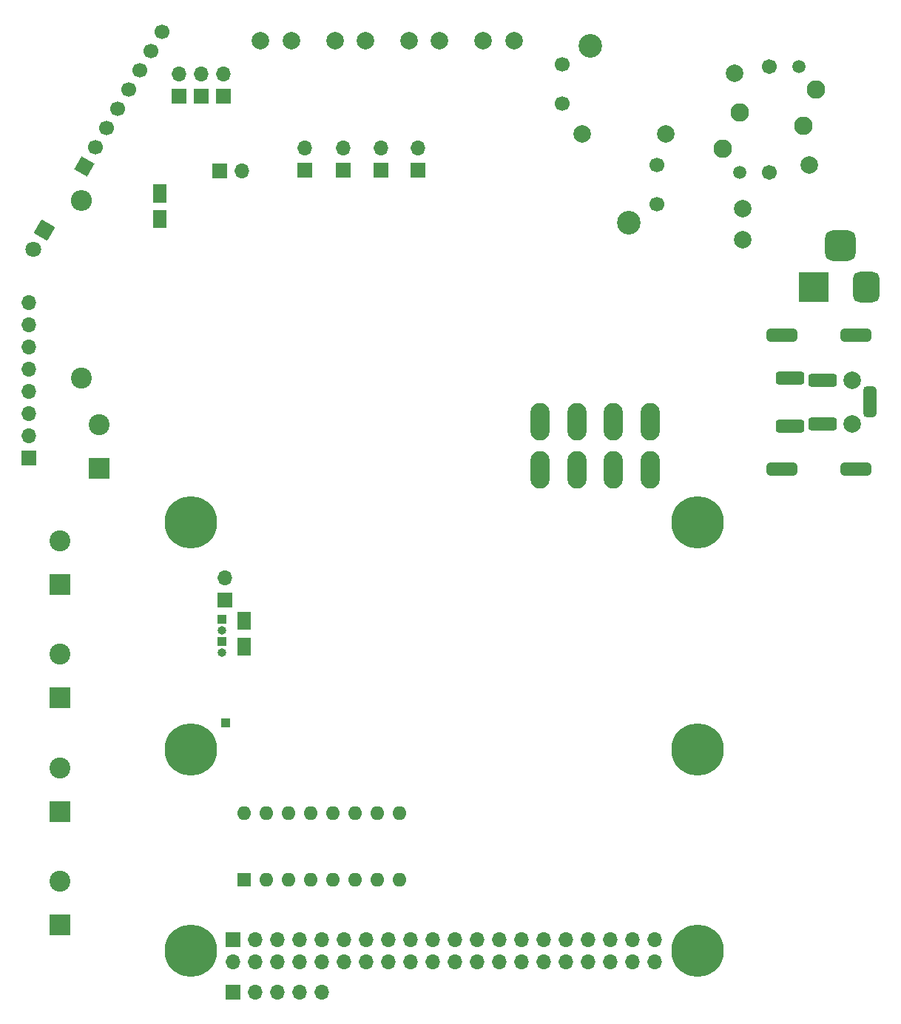
<source format=gbs>
G04 #@! TF.GenerationSoftware,KiCad,Pcbnew,(6.0.5-0)*
G04 #@! TF.CreationDate,2022-10-21T13:34:59+09:00*
G04 #@! TF.ProjectId,qPCR-main,71504352-2d6d-4616-996e-2e6b69636164,rev?*
G04 #@! TF.SameCoordinates,Original*
G04 #@! TF.FileFunction,Soldermask,Bot*
G04 #@! TF.FilePolarity,Negative*
%FSLAX46Y46*%
G04 Gerber Fmt 4.6, Leading zero omitted, Abs format (unit mm)*
G04 Created by KiCad (PCBNEW (6.0.5-0)) date 2022-10-21 13:34:59*
%MOMM*%
%LPD*%
G01*
G04 APERTURE LIST*
G04 Aperture macros list*
%AMRoundRect*
0 Rectangle with rounded corners*
0 $1 Rounding radius*
0 $2 $3 $4 $5 $6 $7 $8 $9 X,Y pos of 4 corners*
0 Add a 4 corners polygon primitive as box body*
4,1,4,$2,$3,$4,$5,$6,$7,$8,$9,$2,$3,0*
0 Add four circle primitives for the rounded corners*
1,1,$1+$1,$2,$3*
1,1,$1+$1,$4,$5*
1,1,$1+$1,$6,$7*
1,1,$1+$1,$8,$9*
0 Add four rect primitives between the rounded corners*
20,1,$1+$1,$2,$3,$4,$5,0*
20,1,$1+$1,$4,$5,$6,$7,0*
20,1,$1+$1,$6,$7,$8,$9,0*
20,1,$1+$1,$8,$9,$2,$3,0*%
%AMHorizOval*
0 Thick line with rounded ends*
0 $1 width*
0 $2 $3 position (X,Y) of the first rounded end (center of the circle)*
0 $4 $5 position (X,Y) of the second rounded end (center of the circle)*
0 Add line between two ends*
20,1,$1,$2,$3,$4,$5,0*
0 Add two circle primitives to create the rounded ends*
1,1,$1,$2,$3*
1,1,$1,$4,$5*%
%AMRotRect*
0 Rectangle, with rotation*
0 The origin of the aperture is its center*
0 $1 length*
0 $2 width*
0 $3 Rotation angle, in degrees counterclockwise*
0 Add horizontal line*
21,1,$1,$2,0,0,$3*%
%AMFreePoly0*
4,1,6,1.000000,0.000000,0.500000,-0.750000,-0.500000,-0.750000,-0.500000,0.750000,0.500000,0.750000,1.000000,0.000000,1.000000,0.000000,$1*%
G04 Aperture macros list end*
%ADD10R,1.700000X1.700000*%
%ADD11O,1.700000X1.700000*%
%ADD12RotRect,1.800000X1.800000X240.000000*%
%ADD13C,1.800000*%
%ADD14RotRect,1.700000X1.700000X150.000000*%
%ADD15HorizOval,1.700000X0.000000X0.000000X0.000000X0.000000X0*%
%ADD16C,2.000000*%
%ADD17R,2.400000X2.400000*%
%ADD18C,2.400000*%
%ADD19R,1.600000X1.600000*%
%ADD20O,1.600000X1.600000*%
%ADD21C,2.108200*%
%ADD22C,1.498600*%
%ADD23C,1.701800*%
%ADD24C,2.006600*%
%ADD25C,2.700000*%
%ADD26C,1.700000*%
%ADD27R,3.500000X3.500000*%
%ADD28RoundRect,0.750000X0.750000X1.000000X-0.750000X1.000000X-0.750000X-1.000000X0.750000X-1.000000X0*%
%ADD29RoundRect,0.875000X0.875000X0.875000X-0.875000X0.875000X-0.875000X-0.875000X0.875000X-0.875000X0*%
%ADD30O,2.400000X2.400000*%
%ADD31C,6.000000*%
%ADD32RoundRect,0.375000X1.275000X-0.375000X1.275000X0.375000X-1.275000X0.375000X-1.275000X-0.375000X0*%
%ADD33RoundRect,0.375000X0.375000X1.375000X-0.375000X1.375000X-0.375000X-1.375000X0.375000X-1.375000X0*%
%ADD34RoundRect,0.375000X-1.375000X0.375000X-1.375000X-0.375000X1.375000X-0.375000X1.375000X0.375000X0*%
%ADD35R,1.500000X1.500000*%
%ADD36FreePoly0,90.000000*%
%ADD37FreePoly0,270.000000*%
%ADD38R,1.000000X1.000000*%
%ADD39O,2.201600X4.301600*%
%ADD40O,1.000000X1.000000*%
G04 APERTURE END LIST*
D10*
X81979999Y-86844988D03*
D11*
X81979999Y-84304988D03*
X81979999Y-81764988D03*
X81979999Y-79224988D03*
X81979999Y-76684988D03*
X81979999Y-74144988D03*
X81979999Y-71604988D03*
X81979999Y-69064988D03*
D12*
X83760000Y-60770000D03*
D13*
X82490000Y-62969705D03*
D14*
X88312500Y-53515976D03*
D15*
X89582500Y-51316271D03*
X90852500Y-49116567D03*
X92122500Y-46916862D03*
X93392500Y-44717158D03*
X94662500Y-42517453D03*
X95932500Y-40317749D03*
X97202500Y-38118044D03*
D10*
X105370000Y-148000000D03*
D11*
X107910000Y-148000000D03*
X110450000Y-148000000D03*
X112990000Y-148000000D03*
X115530000Y-148000000D03*
D16*
X129000000Y-39100000D03*
X125500000Y-39100000D03*
D10*
X104399994Y-103105001D03*
D11*
X104399994Y-100565001D03*
D17*
X85546006Y-101319990D03*
D18*
X85546006Y-96319990D03*
D17*
X85546006Y-114319990D03*
D18*
X85546006Y-109319990D03*
D17*
X85546006Y-127319989D03*
D18*
X85546006Y-122319989D03*
D17*
X85546006Y-140319989D03*
D18*
X85546006Y-135319989D03*
D17*
X90030000Y-88090000D03*
D18*
X90030000Y-83090000D03*
D16*
X137500000Y-39100000D03*
X134000000Y-39100000D03*
X120500000Y-39100000D03*
X117000000Y-39100000D03*
D19*
X106585004Y-135149996D03*
D20*
X109125004Y-135149996D03*
X111665004Y-135149996D03*
X114205004Y-135149996D03*
X116745004Y-135149996D03*
X119285004Y-135149996D03*
X121825004Y-135149996D03*
X124365004Y-135149996D03*
X124365004Y-127529996D03*
X121825004Y-127529996D03*
X119285004Y-127529996D03*
X116745004Y-127529996D03*
X114205004Y-127529996D03*
X111665004Y-127529996D03*
X109125004Y-127529996D03*
X106585004Y-127529996D03*
D16*
X163669312Y-61854869D03*
X163669312Y-58354869D03*
D21*
X172059312Y-44714869D03*
D22*
X170109312Y-42064869D03*
D23*
X166709312Y-42064869D03*
D24*
X162759312Y-42864869D03*
D21*
X163359312Y-47364869D03*
X161359312Y-51514869D03*
D22*
X163309312Y-54164869D03*
D23*
X166709312Y-54164869D03*
D24*
X171259312Y-53364869D03*
D21*
X170659312Y-48864869D03*
D25*
X146249312Y-39724869D03*
D26*
X142999312Y-41824869D03*
X142999312Y-46324869D03*
D16*
X145349312Y-49824869D03*
X154849312Y-49824869D03*
D26*
X153899312Y-53324869D03*
X153899312Y-57824869D03*
D25*
X150649312Y-59924869D03*
D27*
X171828993Y-67310000D03*
D28*
X177828993Y-67310000D03*
D29*
X174828993Y-62610000D03*
D16*
X112000000Y-39100000D03*
X108500000Y-39100000D03*
D10*
X122292008Y-53920949D03*
D11*
X122292008Y-51380949D03*
D10*
X126483008Y-53920949D03*
D11*
X126483008Y-51380949D03*
D10*
X99140000Y-45435000D03*
D11*
X99140000Y-42895000D03*
D10*
X101680000Y-45435000D03*
D11*
X101680000Y-42895000D03*
D10*
X104220000Y-45435000D03*
D11*
X104220000Y-42895000D03*
D10*
X117974999Y-53920949D03*
D11*
X117974999Y-51380949D03*
D10*
X113530000Y-53920945D03*
D11*
X113530000Y-51380945D03*
D18*
X88000000Y-77725000D03*
D30*
X88000000Y-57405000D03*
D31*
X158499995Y-120269995D03*
X100499995Y-94269995D03*
X158499995Y-143269995D03*
X158499995Y-94269995D03*
X100499995Y-120269995D03*
X100499995Y-143269995D03*
D10*
X105369995Y-141999995D03*
D11*
X105369995Y-144539995D03*
X107909995Y-141999995D03*
X107909995Y-144539995D03*
X110449995Y-141999995D03*
X110449995Y-144539995D03*
X112989995Y-141999995D03*
X112989995Y-144539995D03*
X115529995Y-141999995D03*
X115529995Y-144539995D03*
X118069995Y-141999995D03*
X118069995Y-144539995D03*
X120609995Y-141999995D03*
X120609995Y-144539995D03*
X123149995Y-141999995D03*
X123149995Y-144539995D03*
X125689995Y-141999995D03*
X125689995Y-144539995D03*
X128229995Y-141999995D03*
X128229995Y-144539995D03*
X130769995Y-141999995D03*
X130769995Y-144539995D03*
X133309995Y-141999995D03*
X133309995Y-144539995D03*
X135849995Y-141999995D03*
X135849995Y-144539995D03*
X138389995Y-141999995D03*
X138389995Y-144539995D03*
X140929995Y-141999995D03*
X140929995Y-144539995D03*
X143469995Y-141999995D03*
X143469995Y-144539995D03*
X146009995Y-141999995D03*
X146009995Y-144539995D03*
X148549995Y-141999995D03*
X148549995Y-144539995D03*
X151089995Y-141999995D03*
X151089995Y-144539995D03*
X153629995Y-141999995D03*
X153629995Y-144539995D03*
D16*
X176250008Y-77975988D03*
X176250008Y-82975988D03*
D32*
X169100008Y-83225988D03*
X169100008Y-77725988D03*
X172850008Y-82975988D03*
X172850008Y-77975988D03*
D33*
X178250008Y-80475988D03*
D34*
X168150008Y-88175988D03*
X176650008Y-88175988D03*
X168150008Y-72775988D03*
X176650008Y-72775988D03*
D11*
X106390000Y-53985000D03*
D10*
X103850000Y-53985000D03*
D35*
X96990000Y-59260000D03*
X96990000Y-56860000D03*
D36*
X96990000Y-60060000D03*
D37*
X96990000Y-56060000D03*
D38*
X104510000Y-117200000D03*
D35*
X106650000Y-105780000D03*
X106650000Y-108180000D03*
D36*
X106650000Y-108980000D03*
D37*
X106650000Y-104980000D03*
D39*
X140490004Y-88250007D03*
X144690004Y-88250007D03*
X148890004Y-88250007D03*
X153090004Y-88250007D03*
X140490004Y-82750007D03*
X144690004Y-82750007D03*
X148890004Y-82750007D03*
X153090004Y-82750007D03*
D38*
X104069998Y-107890005D03*
D40*
X104069998Y-109160005D03*
D38*
X104069998Y-105350005D03*
D40*
X104069998Y-106620005D03*
M02*

</source>
